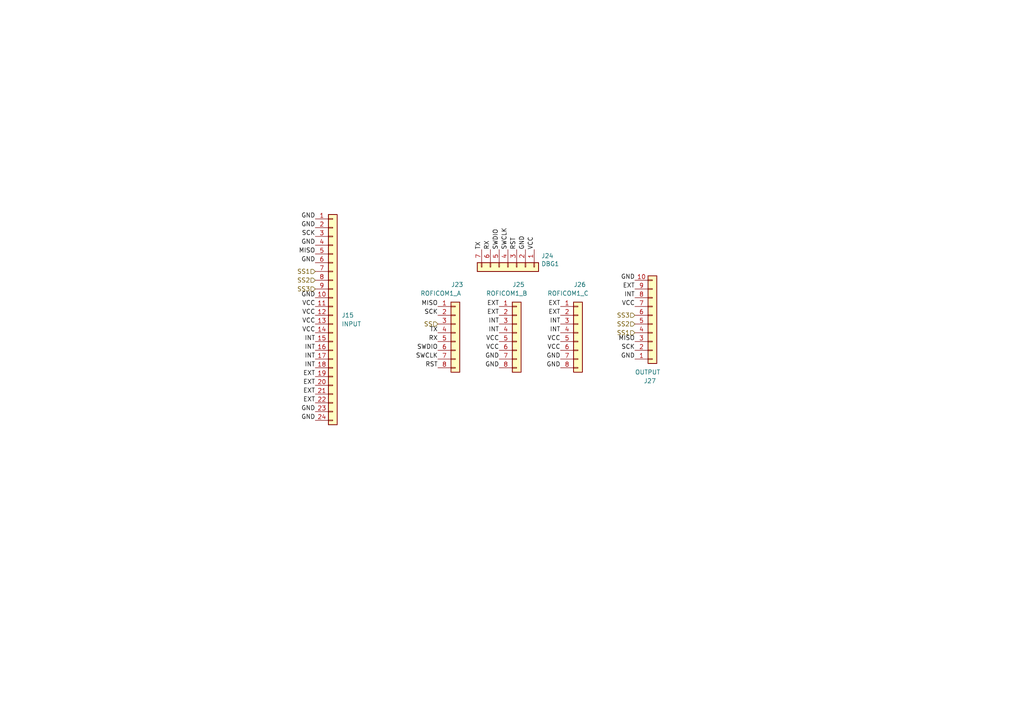
<source format=kicad_sch>
(kicad_sch (version 20211123) (generator eeschema)
  (paper "A4")
  (lib_symbols
    (symbol "Connector_Generic:Conn_01x07" (pin_names (offset 1.016) hide)
      (property "Reference" "J" (at 0 10.16 0))
      (property "Value" "Connector_Generic_Conn_01x07" (at 0 -10.16 0))
      (symbol "Conn_01x07_1_1"
        (rectangle (start -1.27 -7.493) (end 0 -7.747) (stroke (width 0.1524)))
        (rectangle (start -1.27 -4.953) (end 0 -5.207) (stroke (width 0.1524)))
        (rectangle (start -1.27 -2.413) (end 0 -2.667) (stroke (width 0.1524)))
        (rectangle (start -1.27 0.127) (end 0 -0.127) (stroke (width 0.1524)))
        (rectangle (start -1.27 2.667) (end 0 2.413) (stroke (width 0.1524)))
        (rectangle (start -1.27 5.207) (end 0 4.953) (stroke (width 0.1524)))
        (rectangle (start -1.27 7.747) (end 0 7.493) (stroke (width 0.1524)))
        (rectangle (start -1.27 8.89) (end 1.27 -8.89) (stroke (width 0.254)) (fill (type background)))
        (pin passive line (at -5.08 7.62 0) (length 3.81) (name "Pin_1") (number "1"))
        (pin passive line (at -5.08 5.08 0) (length 3.81) (name "Pin_2") (number "2"))
        (pin passive line (at -5.08 2.54 0) (length 3.81) (name "Pin_3") (number "3"))
        (pin passive line (at -5.08 0 0) (length 3.81) (name "Pin_4") (number "4"))
        (pin passive line (at -5.08 -2.54 0) (length 3.81) (name "Pin_5") (number "5"))
        (pin passive line (at -5.08 -5.08 0) (length 3.81) (name "Pin_6") (number "6"))
        (pin passive line (at -5.08 -7.62 0) (length 3.81) (name "Pin_7") (number "7"))
      )
    )
    (symbol "Connector_Generic:Conn_01x08" (pin_names (offset 1.016) hide)
      (property "Reference" "J" (at 0 10.16 0))
      (property "Value" "Connector_Generic_Conn_01x08" (at 0 -12.7 0))
      (symbol "Conn_01x08_1_1"
        (rectangle (start -1.27 -10.033) (end 0 -10.287) (stroke (width 0.1524)))
        (rectangle (start -1.27 -7.493) (end 0 -7.747) (stroke (width 0.1524)))
        (rectangle (start -1.27 -4.953) (end 0 -5.207) (stroke (width 0.1524)))
        (rectangle (start -1.27 -2.413) (end 0 -2.667) (stroke (width 0.1524)))
        (rectangle (start -1.27 0.127) (end 0 -0.127) (stroke (width 0.1524)))
        (rectangle (start -1.27 2.667) (end 0 2.413) (stroke (width 0.1524)))
        (rectangle (start -1.27 5.207) (end 0 4.953) (stroke (width 0.1524)))
        (rectangle (start -1.27 7.747) (end 0 7.493) (stroke (width 0.1524)))
        (rectangle (start -1.27 8.89) (end 1.27 -11.43) (stroke (width 0.254)) (fill (type background)))
        (pin passive line (at -5.08 7.62 0) (length 3.81) (name "Pin_1") (number "1"))
        (pin passive line (at -5.08 5.08 0) (length 3.81) (name "Pin_2") (number "2"))
        (pin passive line (at -5.08 2.54 0) (length 3.81) (name "Pin_3") (number "3"))
        (pin passive line (at -5.08 0 0) (length 3.81) (name "Pin_4") (number "4"))
        (pin passive line (at -5.08 -2.54 0) (length 3.81) (name "Pin_5") (number "5"))
        (pin passive line (at -5.08 -5.08 0) (length 3.81) (name "Pin_6") (number "6"))
        (pin passive line (at -5.08 -7.62 0) (length 3.81) (name "Pin_7") (number "7"))
        (pin passive line (at -5.08 -10.16 0) (length 3.81) (name "Pin_8") (number "8"))
      )
    )
    (symbol "Connector_Generic:Conn_01x10" (pin_names (offset 1.016) hide)
      (property "Reference" "J" (at 0 12.7 0))
      (property "Value" "Connector_Generic_Conn_01x10" (at 0 -15.24 0))
      (symbol "Conn_01x10_1_1"
        (rectangle (start -1.27 -12.573) (end 0 -12.827) (stroke (width 0.1524)))
        (rectangle (start -1.27 -10.033) (end 0 -10.287) (stroke (width 0.1524)))
        (rectangle (start -1.27 -7.493) (end 0 -7.747) (stroke (width 0.1524)))
        (rectangle (start -1.27 -4.953) (end 0 -5.207) (stroke (width 0.1524)))
        (rectangle (start -1.27 -2.413) (end 0 -2.667) (stroke (width 0.1524)))
        (rectangle (start -1.27 0.127) (end 0 -0.127) (stroke (width 0.1524)))
        (rectangle (start -1.27 2.667) (end 0 2.413) (stroke (width 0.1524)))
        (rectangle (start -1.27 5.207) (end 0 4.953) (stroke (width 0.1524)))
        (rectangle (start -1.27 7.747) (end 0 7.493) (stroke (width 0.1524)))
        (rectangle (start -1.27 10.287) (end 0 10.033) (stroke (width 0.1524)))
        (rectangle (start -1.27 11.43) (end 1.27 -13.97) (stroke (width 0.254)) (fill (type background)))
        (pin passive line (at -5.08 10.16 0) (length 3.81) (name "Pin_1") (number "1"))
        (pin passive line (at -5.08 -12.7 0) (length 3.81) (name "Pin_10") (number "10"))
        (pin passive line (at -5.08 7.62 0) (length 3.81) (name "Pin_2") (number "2"))
        (pin passive line (at -5.08 5.08 0) (length 3.81) (name "Pin_3") (number "3"))
        (pin passive line (at -5.08 2.54 0) (length 3.81) (name "Pin_4") (number "4"))
        (pin passive line (at -5.08 0 0) (length 3.81) (name "Pin_5") (number "5"))
        (pin passive line (at -5.08 -2.54 0) (length 3.81) (name "Pin_6") (number "6"))
        (pin passive line (at -5.08 -5.08 0) (length 3.81) (name "Pin_7") (number "7"))
        (pin passive line (at -5.08 -7.62 0) (length 3.81) (name "Pin_8") (number "8"))
        (pin passive line (at -5.08 -10.16 0) (length 3.81) (name "Pin_9") (number "9"))
      )
    )
    (symbol "Connector_Generic:Conn_01x24" (pin_names (offset 1.016) hide)
      (property "Reference" "J" (at 0 30.48 0))
      (property "Value" "Conn_01x24" (at 0 -33.02 0))
      (symbol "Conn_01x24_1_1"
        (rectangle (start -1.27 -30.353) (end 0 -30.607) (stroke (width 0.1524)))
        (rectangle (start -1.27 -27.813) (end 0 -28.067) (stroke (width 0.1524)))
        (rectangle (start -1.27 -25.273) (end 0 -25.527) (stroke (width 0.1524)))
        (rectangle (start -1.27 -22.733) (end 0 -22.987) (stroke (width 0.1524)))
        (rectangle (start -1.27 -20.193) (end 0 -20.447) (stroke (width 0.1524)))
        (rectangle (start -1.27 -17.653) (end 0 -17.907) (stroke (width 0.1524)))
        (rectangle (start -1.27 -15.113) (end 0 -15.367) (stroke (width 0.1524)))
        (rectangle (start -1.27 -12.573) (end 0 -12.827) (stroke (width 0.1524)))
        (rectangle (start -1.27 -10.033) (end 0 -10.287) (stroke (width 0.1524)))
        (rectangle (start -1.27 -7.493) (end 0 -7.747) (stroke (width 0.1524)))
        (rectangle (start -1.27 -4.953) (end 0 -5.207) (stroke (width 0.1524)))
        (rectangle (start -1.27 -2.413) (end 0 -2.667) (stroke (width 0.1524)))
        (rectangle (start -1.27 0.127) (end 0 -0.127) (stroke (width 0.1524)))
        (rectangle (start -1.27 2.667) (end 0 2.413) (stroke (width 0.1524)))
        (rectangle (start -1.27 5.207) (end 0 4.953) (stroke (width 0.1524)))
        (rectangle (start -1.27 7.747) (end 0 7.493) (stroke (width 0.1524)))
        (rectangle (start -1.27 10.287) (end 0 10.033) (stroke (width 0.1524)))
        (rectangle (start -1.27 12.827) (end 0 12.573) (stroke (width 0.1524)))
        (rectangle (start -1.27 15.367) (end 0 15.113) (stroke (width 0.1524)))
        (rectangle (start -1.27 17.907) (end 0 17.653) (stroke (width 0.1524)))
        (rectangle (start -1.27 20.447) (end 0 20.193) (stroke (width 0.1524)))
        (rectangle (start -1.27 22.987) (end 0 22.733) (stroke (width 0.1524)))
        (rectangle (start -1.27 25.527) (end 0 25.273) (stroke (width 0.1524)))
        (rectangle (start -1.27 28.067) (end 0 27.813) (stroke (width 0.1524)))
        (rectangle (start -1.27 29.21) (end 1.27 -31.75) (stroke (width 0.254)) (fill (type background)))
        (pin passive line (at -5.08 27.94 0) (length 3.81) (name "Pin_1") (number "1"))
        (pin passive line (at -5.08 5.08 0) (length 3.81) (name "Pin_10") (number "10"))
        (pin passive line (at -5.08 2.54 0) (length 3.81) (name "Pin_11") (number "11"))
        (pin passive line (at -5.08 0 0) (length 3.81) (name "Pin_12") (number "12"))
        (pin passive line (at -5.08 -2.54 0) (length 3.81) (name "Pin_13") (number "13"))
        (pin passive line (at -5.08 -5.08 0) (length 3.81) (name "Pin_14") (number "14"))
        (pin passive line (at -5.08 -7.62 0) (length 3.81) (name "Pin_15") (number "15"))
        (pin passive line (at -5.08 -10.16 0) (length 3.81) (name "Pin_16") (number "16"))
        (pin passive line (at -5.08 -12.7 0) (length 3.81) (name "Pin_17") (number "17"))
        (pin passive line (at -5.08 -15.24 0) (length 3.81) (name "Pin_18") (number "18"))
        (pin passive line (at -5.08 -17.78 0) (length 3.81) (name "Pin_19") (number "19"))
        (pin passive line (at -5.08 25.4 0) (length 3.81) (name "Pin_2") (number "2"))
        (pin passive line (at -5.08 -20.32 0) (length 3.81) (name "Pin_20") (number "20"))
        (pin passive line (at -5.08 -22.86 0) (length 3.81) (name "Pin_21") (number "21"))
        (pin passive line (at -5.08 -25.4 0) (length 3.81) (name "Pin_22") (number "22"))
        (pin passive line (at -5.08 -27.94 0) (length 3.81) (name "Pin_23") (number "23"))
        (pin passive line (at -5.08 -30.48 0) (length 3.81) (name "Pin_24") (number "24"))
        (pin passive line (at -5.08 22.86 0) (length 3.81) (name "Pin_3") (number "3"))
        (pin passive line (at -5.08 20.32 0) (length 3.81) (name "Pin_4") (number "4"))
        (pin passive line (at -5.08 17.78 0) (length 3.81) (name "Pin_5") (number "5"))
        (pin passive line (at -5.08 15.24 0) (length 3.81) (name "Pin_6") (number "6"))
        (pin passive line (at -5.08 12.7 0) (length 3.81) (name "Pin_7") (number "7"))
        (pin passive line (at -5.08 10.16 0) (length 3.81) (name "Pin_8") (number "8"))
        (pin passive line (at -5.08 7.62 0) (length 3.81) (name "Pin_9") (number "9"))
      )
    )
  )
  (label "GND" (at 144.78 104.14 180))
  (label "MISO" (at 91.44 73.66 180))
  (label "SWCLK" (at 127 104.14 180))
  (label "EXT" (at 144.78 91.44 180))
  (label "GND" (at 162.56 106.68 180))
  (label "VCC" (at 91.44 96.52 180))
  (label "INT" (at 91.44 101.6 180))
  (label "EXT" (at 91.44 109.22 180))
  (label "EXT" (at 162.56 88.9 180))
  (label "VCC" (at 91.44 91.44 180))
  (label "VCC" (at 162.56 99.06 180))
  (label "SWDIO" (at 127 101.6 180))
  (label "GND" (at 152.4 72.39 90))
  (label "SCK" (at 91.44 68.58 180))
  (label "MISO" (at 127 88.9 180))
  (label "EXT" (at 91.44 116.84 180))
  (label "GND" (at 91.44 119.38 180))
  (label "GND" (at 144.78 106.68 180))
  (label "INT" (at 91.44 106.68 180))
  (label "EXT" (at 162.56 91.44 180))
  (label "GND" (at 91.44 71.12 180))
  (label "VCC" (at 144.78 101.6 180))
  (label "VCC" (at 162.56 101.6 180))
  (label "GND" (at 91.44 86.36 180))
  (label "VCC" (at 91.44 93.98 180))
  (label "INT" (at 91.44 99.06 180))
  (label "SWCLK" (at 147.32 72.39 90))
  (label "GND" (at 91.44 66.04 180))
  (label "INT" (at 144.78 96.52 180))
  (label "RX" (at 127 99.06 180))
  (label "EXT" (at 184.15 83.82 180))
  (label "GND" (at 91.44 63.5 180))
  (label "VCC" (at 91.44 88.9 180))
  (label "INT" (at 162.56 96.52 180))
  (label "VCC" (at 154.94 72.39 90))
  (label "VCC" (at 144.78 99.06 180))
  (label "EXT" (at 144.78 88.9 180))
  (label "INT" (at 144.78 93.98 180))
  (label "GND" (at 91.44 76.2 180))
  (label "GND" (at 184.15 81.28 180))
  (label "SCK" (at 127 91.44 180))
  (label "EXT" (at 91.44 114.3 180))
  (label "GND" (at 91.44 121.92 180))
  (label "INT" (at 91.44 104.14 180))
  (label "TX" (at 139.7 72.39 90))
  (label "RST" (at 127 106.68 180))
  (label "INT" (at 184.15 86.36 180))
  (label "INT" (at 162.56 93.98 180))
  (label "VCC" (at 184.15 88.9 180))
  (label "RST" (at 149.86 72.39 90))
  (label "GND" (at 184.15 104.14 180))
  (label "MISO" (at 184.15 99.06 180))
  (label "TX" (at 127 96.52 180))
  (label "EXT" (at 91.44 111.76 180))
  (label "GND" (at 162.56 104.14 180))
  (label "SCK" (at 184.15 101.6 180))
  (label "RX" (at 142.24 72.39 90))
  (label "SWDIO" (at 144.78 72.39 90))
  (hierarchical_label "SS2" (shape input) (at 184.15 93.98 180))
  (hierarchical_label "SS3" (shape input) (at 184.15 91.44 180))
  (hierarchical_label "SS2" (shape input) (at 91.44 81.28 180))
  (hierarchical_label "SS" (shape input) (at 127 93.98 180))
  (hierarchical_label "SS1" (shape input) (at 184.15 96.52 180))
  (hierarchical_label "SS3" (shape input) (at 91.44 83.82 180))
  (hierarchical_label "SS1" (shape input) (at 91.44 78.74 180))
  (symbol (lib_id "Connector_Generic:Conn_01x10") (at 189.23 93.98 0) (mirror x) (unit 1)
    (property "Reference" "J27" (at 186.69 110.49 0) (effects (justify left)))
    (property "Value" "OUTPUT" (at 184.15 107.95 0) (effects (justify left)))
    (property "Footprint" "rofi:UM_SHOE_PADS" (effects hide))
    (property "JLCPCB_IGNORE" "YES" (effects hide))
  )
  (symbol (lib_id "Connector_Generic:Conn_01x08") (at 149.86 96.52 0) (unit 1)
    (property "Reference" "J25" (at 148.59 82.55 0) (effects (justify left)))
    (property "Value" "ROFICOM1_B" (at 140.97 85.09 0) (effects (justify left)))
    (property "Footprint" "rofi:SOLO-9258" (effects hide))
    (property "MFR" "009258008004064" (effects hide))
    (property "MFR_QTY" "6" (effects hide))
    (property "JLCPCB_IGNORE" "YES" (effects hide))
  )
  (symbol (lib_id "Connector_Generic:Conn_01x08") (at 132.08 96.52 0) (unit 1)
    (property "Reference" "J23" (at 130.81 82.55 0) (effects (justify left)))
    (property "Value" "ROFICOM1_A" (at 121.92 85.09 0) (effects (justify left)))
    (property "Footprint" "rofi:SOLO-9258" (effects hide))
    (property "MFR" "009258008004064" (effects hide))
    (property "MFR_QTY" "6" (effects hide))
    (property "JLCPCB_IGNORE" "YES" (effects hide))
  )
  (symbol (lib_id "Connector_Generic:Conn_01x07") (at 147.32 77.47 270) (unit 1)
    (property "Reference" "J24" (at 156.972 74.2188 90) (effects (justify left)))
    (property "Value" "DBG1" (at 156.972 76.5302 90) (effects (justify left)))
    (property "Footprint" "Connector_PinHeader_2.54mm:PinHeader_1x07_P2.54mm_Vertical" (effects hide))
    (property "JLCPCB_IGNORE" "YES" (effects hide))
  )
  (symbol (lib_id "Connector_Generic:Conn_01x08") (at 167.64 96.52 0) (unit 1)
    (property "Reference" "J26" (at 166.37 82.55 0) (effects (justify left)))
    (property "Value" "ROFICOM1_C" (at 158.75 85.09 0) (effects (justify left)))
    (property "Footprint" "rofi:SOLO-9258" (effects hide))
    (property "MFR" "009258008004064" (effects hide))
    (property "MFR_QTY" "6" (effects hide))
    (property "JLCPCB_IGNORE" "YES" (effects hide))
  )
  (symbol (lib_id "Connector_Generic:Conn_01x24") (at 96.52 91.44 0) (unit 1)
    (property "Reference" "J15" (at 99.06 91.4399 0) (effects (justify left)))
    (property "Value" "INPUT" (at 99.06 93.9799 0) (effects (justify left)))
    (property "Footprint" "rofi:FPC_0.5_24_PADS" (effects hide))
  )
)
</source>
